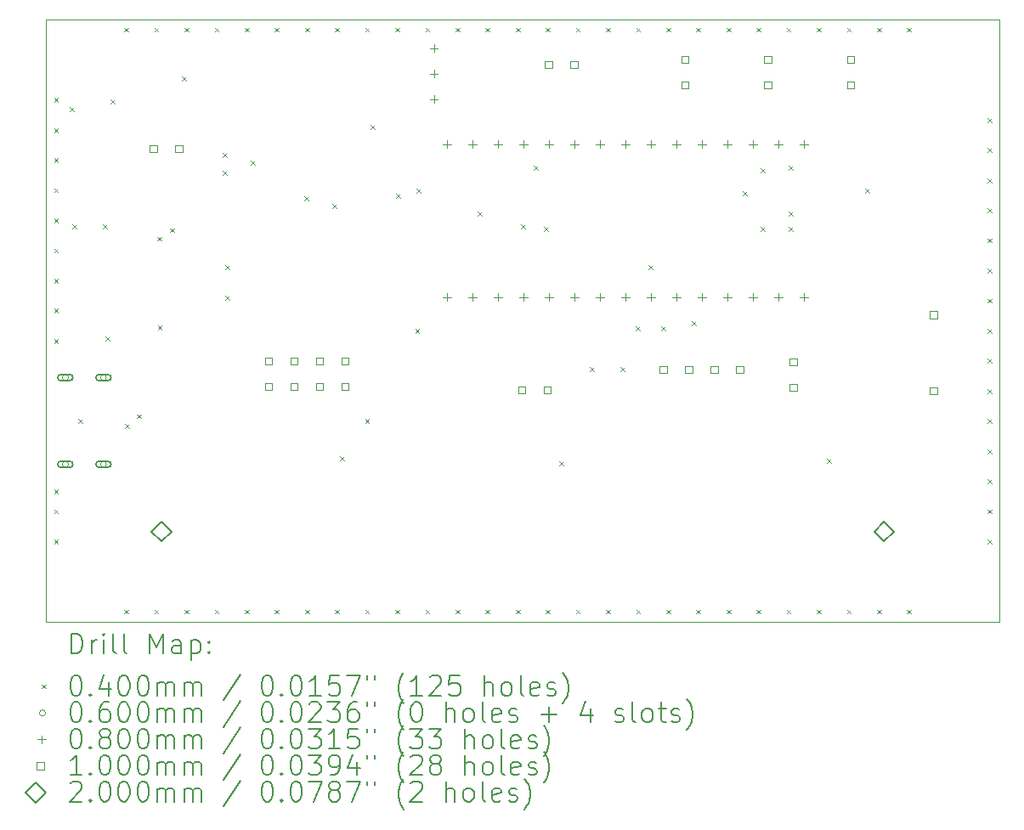
<source format=gbr>
%TF.GenerationSoftware,KiCad,Pcbnew,(6.0.7)*%
%TF.CreationDate,2022-10-31T09:28:42+01:00*%
%TF.ProjectId,Callsystem,43616c6c-7379-4737-9465-6d2e6b696361,1*%
%TF.SameCoordinates,Original*%
%TF.FileFunction,Drillmap*%
%TF.FilePolarity,Positive*%
%FSLAX45Y45*%
G04 Gerber Fmt 4.5, Leading zero omitted, Abs format (unit mm)*
G04 Created by KiCad (PCBNEW (6.0.7)) date 2022-10-31 09:28:42*
%MOMM*%
%LPD*%
G01*
G04 APERTURE LIST*
%ADD10C,0.100000*%
%ADD11C,0.200000*%
%ADD12C,0.040000*%
%ADD13C,0.060000*%
%ADD14C,0.080000*%
G04 APERTURE END LIST*
D10*
X5000000Y-5000000D02*
X14500000Y-5000000D01*
X14500000Y-5000000D02*
X14500000Y-11000000D01*
X14500000Y-11000000D02*
X5000000Y-11000000D01*
X5000000Y-11000000D02*
X5000000Y-5000000D01*
D11*
D12*
X5080000Y-5780000D02*
X5120000Y-5820000D01*
X5120000Y-5780000D02*
X5080000Y-5820000D01*
X5080000Y-6080000D02*
X5120000Y-6120000D01*
X5120000Y-6080000D02*
X5080000Y-6120000D01*
X5080000Y-6380000D02*
X5120000Y-6420000D01*
X5120000Y-6380000D02*
X5080000Y-6420000D01*
X5080000Y-6680000D02*
X5120000Y-6720000D01*
X5120000Y-6680000D02*
X5080000Y-6720000D01*
X5080000Y-6980000D02*
X5120000Y-7020000D01*
X5120000Y-6980000D02*
X5080000Y-7020000D01*
X5080000Y-7280000D02*
X5120000Y-7320000D01*
X5120000Y-7280000D02*
X5080000Y-7320000D01*
X5080000Y-7580000D02*
X5120000Y-7620000D01*
X5120000Y-7580000D02*
X5080000Y-7620000D01*
X5080000Y-7880000D02*
X5120000Y-7920000D01*
X5120000Y-7880000D02*
X5080000Y-7920000D01*
X5080000Y-8180000D02*
X5120000Y-8220000D01*
X5120000Y-8180000D02*
X5080000Y-8220000D01*
X5080000Y-9680000D02*
X5120000Y-9720000D01*
X5120000Y-9680000D02*
X5080000Y-9720000D01*
X5080000Y-9880000D02*
X5120000Y-9920000D01*
X5120000Y-9880000D02*
X5080000Y-9920000D01*
X5080000Y-10180000D02*
X5120000Y-10220000D01*
X5120000Y-10180000D02*
X5080000Y-10220000D01*
X5237800Y-5872800D02*
X5277800Y-5912800D01*
X5277800Y-5872800D02*
X5237800Y-5912800D01*
X5263200Y-7041200D02*
X5303200Y-7081200D01*
X5303200Y-7041200D02*
X5263200Y-7081200D01*
X5320000Y-8980000D02*
X5360000Y-9020000D01*
X5360000Y-8980000D02*
X5320000Y-9020000D01*
X5568000Y-7041200D02*
X5608000Y-7081200D01*
X5608000Y-7041200D02*
X5568000Y-7081200D01*
X5593400Y-8158800D02*
X5633400Y-8198800D01*
X5633400Y-8158800D02*
X5593400Y-8198800D01*
X5644200Y-5796600D02*
X5684200Y-5836600D01*
X5684200Y-5796600D02*
X5644200Y-5836600D01*
X5780000Y-5080000D02*
X5820000Y-5120000D01*
X5820000Y-5080000D02*
X5780000Y-5120000D01*
X5780000Y-10880000D02*
X5820000Y-10920000D01*
X5820000Y-10880000D02*
X5780000Y-10920000D01*
X5786440Y-9030020D02*
X5826440Y-9070020D01*
X5826440Y-9030020D02*
X5786440Y-9070020D01*
X5903280Y-8930960D02*
X5943280Y-8970960D01*
X5943280Y-8930960D02*
X5903280Y-8970960D01*
X6080000Y-5080000D02*
X6120000Y-5120000D01*
X6120000Y-5080000D02*
X6080000Y-5120000D01*
X6080000Y-10880000D02*
X6120000Y-10920000D01*
X6120000Y-10880000D02*
X6080000Y-10920000D01*
X6111560Y-7163120D02*
X6151560Y-7203120D01*
X6151560Y-7163120D02*
X6111560Y-7203120D01*
X6114100Y-8044500D02*
X6154100Y-8084500D01*
X6154100Y-8044500D02*
X6114100Y-8084500D01*
X6238560Y-7076760D02*
X6278560Y-7116760D01*
X6278560Y-7076760D02*
X6238560Y-7116760D01*
X6355400Y-5568000D02*
X6395400Y-5608000D01*
X6395400Y-5568000D02*
X6355400Y-5608000D01*
X6380000Y-5080000D02*
X6420000Y-5120000D01*
X6420000Y-5080000D02*
X6380000Y-5120000D01*
X6380000Y-10880000D02*
X6420000Y-10920000D01*
X6420000Y-10880000D02*
X6380000Y-10920000D01*
X6680000Y-5080000D02*
X6720000Y-5120000D01*
X6720000Y-5080000D02*
X6680000Y-5120000D01*
X6680000Y-10880000D02*
X6720000Y-10920000D01*
X6720000Y-10880000D02*
X6680000Y-10920000D01*
X6761800Y-6330000D02*
X6801800Y-6370000D01*
X6801800Y-6330000D02*
X6761800Y-6370000D01*
X6761800Y-6507800D02*
X6801800Y-6547800D01*
X6801800Y-6507800D02*
X6761800Y-6547800D01*
X6787200Y-7447600D02*
X6827200Y-7487600D01*
X6827200Y-7447600D02*
X6787200Y-7487600D01*
X6787200Y-7752400D02*
X6827200Y-7792400D01*
X6827200Y-7752400D02*
X6787200Y-7792400D01*
X6980000Y-5080000D02*
X7020000Y-5120000D01*
X7020000Y-5080000D02*
X6980000Y-5120000D01*
X6980000Y-10880000D02*
X7020000Y-10920000D01*
X7020000Y-10880000D02*
X6980000Y-10920000D01*
X7041200Y-6406200D02*
X7081200Y-6446200D01*
X7081200Y-6406200D02*
X7041200Y-6446200D01*
X7280000Y-5080000D02*
X7320000Y-5120000D01*
X7320000Y-5080000D02*
X7280000Y-5120000D01*
X7280000Y-10880000D02*
X7320000Y-10920000D01*
X7320000Y-10880000D02*
X7280000Y-10920000D01*
X7574600Y-6761800D02*
X7614600Y-6801800D01*
X7614600Y-6761800D02*
X7574600Y-6801800D01*
X7580000Y-5080000D02*
X7620000Y-5120000D01*
X7620000Y-5080000D02*
X7580000Y-5120000D01*
X7580000Y-10880000D02*
X7620000Y-10920000D01*
X7620000Y-10880000D02*
X7580000Y-10920000D01*
X7854000Y-6838000D02*
X7894000Y-6878000D01*
X7894000Y-6838000D02*
X7854000Y-6878000D01*
X7880000Y-5080000D02*
X7920000Y-5120000D01*
X7920000Y-5080000D02*
X7880000Y-5120000D01*
X7880000Y-10880000D02*
X7920000Y-10920000D01*
X7920000Y-10880000D02*
X7880000Y-10920000D01*
X7930200Y-9352600D02*
X7970200Y-9392600D01*
X7970200Y-9352600D02*
X7930200Y-9392600D01*
X8180000Y-5080000D02*
X8220000Y-5120000D01*
X8220000Y-5080000D02*
X8180000Y-5120000D01*
X8180000Y-8980000D02*
X8220000Y-9020000D01*
X8220000Y-8980000D02*
X8180000Y-9020000D01*
X8180000Y-10880000D02*
X8220000Y-10920000D01*
X8220000Y-10880000D02*
X8180000Y-10920000D01*
X8235000Y-6050600D02*
X8275000Y-6090600D01*
X8275000Y-6050600D02*
X8235000Y-6090600D01*
X8480000Y-5080000D02*
X8520000Y-5120000D01*
X8520000Y-5080000D02*
X8480000Y-5120000D01*
X8480000Y-10880000D02*
X8520000Y-10920000D01*
X8520000Y-10880000D02*
X8480000Y-10920000D01*
X8489000Y-6736400D02*
X8529000Y-6776400D01*
X8529000Y-6736400D02*
X8489000Y-6776400D01*
X8680000Y-8080000D02*
X8720000Y-8120000D01*
X8720000Y-8080000D02*
X8680000Y-8120000D01*
X8692200Y-6685600D02*
X8732200Y-6725600D01*
X8732200Y-6685600D02*
X8692200Y-6725600D01*
X8780000Y-5080000D02*
X8820000Y-5120000D01*
X8820000Y-5080000D02*
X8780000Y-5120000D01*
X8780000Y-10880000D02*
X8820000Y-10920000D01*
X8820000Y-10880000D02*
X8780000Y-10920000D01*
X9080000Y-5080000D02*
X9120000Y-5120000D01*
X9120000Y-5080000D02*
X9080000Y-5120000D01*
X9080000Y-10880000D02*
X9120000Y-10920000D01*
X9120000Y-10880000D02*
X9080000Y-10920000D01*
X9301800Y-6914200D02*
X9341800Y-6954200D01*
X9341800Y-6914200D02*
X9301800Y-6954200D01*
X9380000Y-5080000D02*
X9420000Y-5120000D01*
X9420000Y-5080000D02*
X9380000Y-5120000D01*
X9380000Y-10880000D02*
X9420000Y-10920000D01*
X9420000Y-10880000D02*
X9380000Y-10920000D01*
X9680000Y-5080000D02*
X9720000Y-5120000D01*
X9720000Y-5080000D02*
X9680000Y-5120000D01*
X9680000Y-10880000D02*
X9720000Y-10920000D01*
X9720000Y-10880000D02*
X9680000Y-10920000D01*
X9733600Y-7041200D02*
X9773600Y-7081200D01*
X9773600Y-7041200D02*
X9733600Y-7081200D01*
X9860600Y-6457000D02*
X9900600Y-6497000D01*
X9900600Y-6457000D02*
X9860600Y-6497000D01*
X9962200Y-7066600D02*
X10002200Y-7106600D01*
X10002200Y-7066600D02*
X9962200Y-7106600D01*
X9980000Y-5080000D02*
X10020000Y-5120000D01*
X10020000Y-5080000D02*
X9980000Y-5120000D01*
X9980000Y-10880000D02*
X10020000Y-10920000D01*
X10020000Y-10880000D02*
X9980000Y-10920000D01*
X10114600Y-9403400D02*
X10154600Y-9443400D01*
X10154600Y-9403400D02*
X10114600Y-9443400D01*
X10280000Y-5080000D02*
X10320000Y-5120000D01*
X10320000Y-5080000D02*
X10280000Y-5120000D01*
X10280000Y-10880000D02*
X10320000Y-10920000D01*
X10320000Y-10880000D02*
X10280000Y-10920000D01*
X10419400Y-8463600D02*
X10459400Y-8503600D01*
X10459400Y-8463600D02*
X10419400Y-8503600D01*
X10580000Y-5080000D02*
X10620000Y-5120000D01*
X10620000Y-5080000D02*
X10580000Y-5120000D01*
X10580000Y-10880000D02*
X10620000Y-10920000D01*
X10620000Y-10880000D02*
X10580000Y-10920000D01*
X10724200Y-8463600D02*
X10764200Y-8503600D01*
X10764200Y-8463600D02*
X10724200Y-8503600D01*
X10876600Y-8057200D02*
X10916600Y-8097200D01*
X10916600Y-8057200D02*
X10876600Y-8097200D01*
X10880000Y-5080000D02*
X10920000Y-5120000D01*
X10920000Y-5080000D02*
X10880000Y-5120000D01*
X10880000Y-10880000D02*
X10920000Y-10920000D01*
X10920000Y-10880000D02*
X10880000Y-10920000D01*
X11003600Y-7447600D02*
X11043600Y-7487600D01*
X11043600Y-7447600D02*
X11003600Y-7487600D01*
X11130600Y-8057200D02*
X11170600Y-8097200D01*
X11170600Y-8057200D02*
X11130600Y-8097200D01*
X11180000Y-5080000D02*
X11220000Y-5120000D01*
X11220000Y-5080000D02*
X11180000Y-5120000D01*
X11180000Y-10880000D02*
X11220000Y-10920000D01*
X11220000Y-10880000D02*
X11180000Y-10920000D01*
X11435400Y-8006400D02*
X11475400Y-8046400D01*
X11475400Y-8006400D02*
X11435400Y-8046400D01*
X11480000Y-5080000D02*
X11520000Y-5120000D01*
X11520000Y-5080000D02*
X11480000Y-5120000D01*
X11480000Y-10880000D02*
X11520000Y-10920000D01*
X11520000Y-10880000D02*
X11480000Y-10920000D01*
X11780000Y-5080000D02*
X11820000Y-5120000D01*
X11820000Y-5080000D02*
X11780000Y-5120000D01*
X11780000Y-10880000D02*
X11820000Y-10920000D01*
X11820000Y-10880000D02*
X11780000Y-10920000D01*
X11943400Y-6711000D02*
X11983400Y-6751000D01*
X11983400Y-6711000D02*
X11943400Y-6751000D01*
X12080000Y-5080000D02*
X12120000Y-5120000D01*
X12120000Y-5080000D02*
X12080000Y-5120000D01*
X12080000Y-10880000D02*
X12120000Y-10920000D01*
X12120000Y-10880000D02*
X12080000Y-10920000D01*
X12121200Y-6482400D02*
X12161200Y-6522400D01*
X12161200Y-6482400D02*
X12121200Y-6522400D01*
X12121200Y-7066600D02*
X12161200Y-7106600D01*
X12161200Y-7066600D02*
X12121200Y-7106600D01*
X12380000Y-5080000D02*
X12420000Y-5120000D01*
X12420000Y-5080000D02*
X12380000Y-5120000D01*
X12380000Y-10880000D02*
X12420000Y-10920000D01*
X12420000Y-10880000D02*
X12380000Y-10920000D01*
X12400600Y-6457000D02*
X12440600Y-6497000D01*
X12440600Y-6457000D02*
X12400600Y-6497000D01*
X12400600Y-6914200D02*
X12440600Y-6954200D01*
X12440600Y-6914200D02*
X12400600Y-6954200D01*
X12400600Y-7066600D02*
X12440600Y-7106600D01*
X12440600Y-7066600D02*
X12400600Y-7106600D01*
X12680000Y-5080000D02*
X12720000Y-5120000D01*
X12720000Y-5080000D02*
X12680000Y-5120000D01*
X12680000Y-10880000D02*
X12720000Y-10920000D01*
X12720000Y-10880000D02*
X12680000Y-10920000D01*
X12781600Y-9378000D02*
X12821600Y-9418000D01*
X12821600Y-9378000D02*
X12781600Y-9418000D01*
X12980000Y-5080000D02*
X13020000Y-5120000D01*
X13020000Y-5080000D02*
X12980000Y-5120000D01*
X12980000Y-10880000D02*
X13020000Y-10920000D01*
X13020000Y-10880000D02*
X12980000Y-10920000D01*
X13162600Y-6685600D02*
X13202600Y-6725600D01*
X13202600Y-6685600D02*
X13162600Y-6725600D01*
X13280000Y-5080000D02*
X13320000Y-5120000D01*
X13320000Y-5080000D02*
X13280000Y-5120000D01*
X13280000Y-10880000D02*
X13320000Y-10920000D01*
X13320000Y-10880000D02*
X13280000Y-10920000D01*
X13580000Y-5080000D02*
X13620000Y-5120000D01*
X13620000Y-5080000D02*
X13580000Y-5120000D01*
X13580000Y-10880000D02*
X13620000Y-10920000D01*
X13620000Y-10880000D02*
X13580000Y-10920000D01*
X14380000Y-5980000D02*
X14420000Y-6020000D01*
X14420000Y-5980000D02*
X14380000Y-6020000D01*
X14380000Y-6280000D02*
X14420000Y-6320000D01*
X14420000Y-6280000D02*
X14380000Y-6320000D01*
X14380000Y-6580000D02*
X14420000Y-6620000D01*
X14420000Y-6580000D02*
X14380000Y-6620000D01*
X14380000Y-6880000D02*
X14420000Y-6920000D01*
X14420000Y-6880000D02*
X14380000Y-6920000D01*
X14380000Y-7180000D02*
X14420000Y-7220000D01*
X14420000Y-7180000D02*
X14380000Y-7220000D01*
X14380000Y-7480000D02*
X14420000Y-7520000D01*
X14420000Y-7480000D02*
X14380000Y-7520000D01*
X14380000Y-7780000D02*
X14420000Y-7820000D01*
X14420000Y-7780000D02*
X14380000Y-7820000D01*
X14380000Y-8080000D02*
X14420000Y-8120000D01*
X14420000Y-8080000D02*
X14380000Y-8120000D01*
X14380000Y-8380000D02*
X14420000Y-8420000D01*
X14420000Y-8380000D02*
X14380000Y-8420000D01*
X14380000Y-8680000D02*
X14420000Y-8720000D01*
X14420000Y-8680000D02*
X14380000Y-8720000D01*
X14380000Y-8980000D02*
X14420000Y-9020000D01*
X14420000Y-8980000D02*
X14380000Y-9020000D01*
X14380000Y-9280000D02*
X14420000Y-9320000D01*
X14420000Y-9280000D02*
X14380000Y-9320000D01*
X14380000Y-9580000D02*
X14420000Y-9620000D01*
X14420000Y-9580000D02*
X14380000Y-9620000D01*
X14380000Y-9880000D02*
X14420000Y-9920000D01*
X14420000Y-9880000D02*
X14380000Y-9920000D01*
X14380000Y-10180000D02*
X14420000Y-10220000D01*
X14420000Y-10180000D02*
X14380000Y-10220000D01*
D13*
X5223000Y-8566000D02*
G75*
G03*
X5223000Y-8566000I-30000J0D01*
G01*
D11*
X5238000Y-8536000D02*
X5148000Y-8536000D01*
X5238000Y-8596000D02*
X5148000Y-8596000D01*
X5148000Y-8536000D02*
G75*
G03*
X5148000Y-8596000I0J-30000D01*
G01*
X5238000Y-8596000D02*
G75*
G03*
X5238000Y-8536000I0J30000D01*
G01*
D13*
X5223000Y-9430000D02*
G75*
G03*
X5223000Y-9430000I-30000J0D01*
G01*
D11*
X5238000Y-9400000D02*
X5148000Y-9400000D01*
X5238000Y-9460000D02*
X5148000Y-9460000D01*
X5148000Y-9400000D02*
G75*
G03*
X5148000Y-9460000I0J-30000D01*
G01*
X5238000Y-9460000D02*
G75*
G03*
X5238000Y-9400000I0J30000D01*
G01*
D13*
X5603000Y-8566000D02*
G75*
G03*
X5603000Y-8566000I-30000J0D01*
G01*
D11*
X5618000Y-8536000D02*
X5528000Y-8536000D01*
X5618000Y-8596000D02*
X5528000Y-8596000D01*
X5528000Y-8536000D02*
G75*
G03*
X5528000Y-8596000I0J-30000D01*
G01*
X5618000Y-8596000D02*
G75*
G03*
X5618000Y-8536000I0J30000D01*
G01*
D13*
X5603000Y-9430000D02*
G75*
G03*
X5603000Y-9430000I-30000J0D01*
G01*
D11*
X5618000Y-9400000D02*
X5528000Y-9400000D01*
X5618000Y-9460000D02*
X5528000Y-9460000D01*
X5528000Y-9400000D02*
G75*
G03*
X5528000Y-9460000I0J-30000D01*
G01*
X5618000Y-9460000D02*
G75*
G03*
X5618000Y-9400000I0J30000D01*
G01*
D14*
X8864600Y-5243200D02*
X8864600Y-5323200D01*
X8824600Y-5283200D02*
X8904600Y-5283200D01*
X8864600Y-5497200D02*
X8864600Y-5577200D01*
X8824600Y-5537200D02*
X8904600Y-5537200D01*
X8864600Y-5751200D02*
X8864600Y-5831200D01*
X8824600Y-5791200D02*
X8904600Y-5791200D01*
X8995000Y-6198000D02*
X8995000Y-6278000D01*
X8955000Y-6238000D02*
X9035000Y-6238000D01*
X8995000Y-7722000D02*
X8995000Y-7802000D01*
X8955000Y-7762000D02*
X9035000Y-7762000D01*
X9249000Y-6198000D02*
X9249000Y-6278000D01*
X9209000Y-6238000D02*
X9289000Y-6238000D01*
X9249000Y-7722000D02*
X9249000Y-7802000D01*
X9209000Y-7762000D02*
X9289000Y-7762000D01*
X9503000Y-6198000D02*
X9503000Y-6278000D01*
X9463000Y-6238000D02*
X9543000Y-6238000D01*
X9503000Y-7722000D02*
X9503000Y-7802000D01*
X9463000Y-7762000D02*
X9543000Y-7762000D01*
X9757000Y-6198000D02*
X9757000Y-6278000D01*
X9717000Y-6238000D02*
X9797000Y-6238000D01*
X9757000Y-7722000D02*
X9757000Y-7802000D01*
X9717000Y-7762000D02*
X9797000Y-7762000D01*
X10011000Y-6198000D02*
X10011000Y-6278000D01*
X9971000Y-6238000D02*
X10051000Y-6238000D01*
X10011000Y-7722000D02*
X10011000Y-7802000D01*
X9971000Y-7762000D02*
X10051000Y-7762000D01*
X10265000Y-6198000D02*
X10265000Y-6278000D01*
X10225000Y-6238000D02*
X10305000Y-6238000D01*
X10265000Y-7722000D02*
X10265000Y-7802000D01*
X10225000Y-7762000D02*
X10305000Y-7762000D01*
X10519000Y-6198000D02*
X10519000Y-6278000D01*
X10479000Y-6238000D02*
X10559000Y-6238000D01*
X10519000Y-7722000D02*
X10519000Y-7802000D01*
X10479000Y-7762000D02*
X10559000Y-7762000D01*
X10773000Y-6198000D02*
X10773000Y-6278000D01*
X10733000Y-6238000D02*
X10813000Y-6238000D01*
X10773000Y-7722000D02*
X10773000Y-7802000D01*
X10733000Y-7762000D02*
X10813000Y-7762000D01*
X11027000Y-6198000D02*
X11027000Y-6278000D01*
X10987000Y-6238000D02*
X11067000Y-6238000D01*
X11027000Y-7722000D02*
X11027000Y-7802000D01*
X10987000Y-7762000D02*
X11067000Y-7762000D01*
X11281000Y-6198000D02*
X11281000Y-6278000D01*
X11241000Y-6238000D02*
X11321000Y-6238000D01*
X11281000Y-7722000D02*
X11281000Y-7802000D01*
X11241000Y-7762000D02*
X11321000Y-7762000D01*
X11535000Y-6198000D02*
X11535000Y-6278000D01*
X11495000Y-6238000D02*
X11575000Y-6238000D01*
X11535000Y-7722000D02*
X11535000Y-7802000D01*
X11495000Y-7762000D02*
X11575000Y-7762000D01*
X11789000Y-6198000D02*
X11789000Y-6278000D01*
X11749000Y-6238000D02*
X11829000Y-6238000D01*
X11789000Y-7722000D02*
X11789000Y-7802000D01*
X11749000Y-7762000D02*
X11829000Y-7762000D01*
X12043000Y-6198000D02*
X12043000Y-6278000D01*
X12003000Y-6238000D02*
X12083000Y-6238000D01*
X12043000Y-7722000D02*
X12043000Y-7802000D01*
X12003000Y-7762000D02*
X12083000Y-7762000D01*
X12297000Y-6198000D02*
X12297000Y-6278000D01*
X12257000Y-6238000D02*
X12337000Y-6238000D01*
X12297000Y-7722000D02*
X12297000Y-7802000D01*
X12257000Y-7762000D02*
X12337000Y-7762000D01*
X12551000Y-6198000D02*
X12551000Y-6278000D01*
X12511000Y-6238000D02*
X12591000Y-6238000D01*
X12551000Y-7722000D02*
X12551000Y-7802000D01*
X12511000Y-7762000D02*
X12591000Y-7762000D01*
D10*
X6106456Y-6321856D02*
X6106456Y-6251144D01*
X6035744Y-6251144D01*
X6035744Y-6321856D01*
X6106456Y-6321856D01*
X6360456Y-6321856D02*
X6360456Y-6251144D01*
X6289744Y-6251144D01*
X6289744Y-6321856D01*
X6360456Y-6321856D01*
X7254356Y-8434006D02*
X7254356Y-8363294D01*
X7183644Y-8363294D01*
X7183644Y-8434006D01*
X7254356Y-8434006D01*
X7254356Y-8688006D02*
X7254356Y-8617294D01*
X7183644Y-8617294D01*
X7183644Y-8688006D01*
X7254356Y-8688006D01*
X7508356Y-8434006D02*
X7508356Y-8363294D01*
X7437644Y-8363294D01*
X7437644Y-8434006D01*
X7508356Y-8434006D01*
X7508356Y-8688006D02*
X7508356Y-8617294D01*
X7437644Y-8617294D01*
X7437644Y-8688006D01*
X7508356Y-8688006D01*
X7762356Y-8434006D02*
X7762356Y-8363294D01*
X7691644Y-8363294D01*
X7691644Y-8434006D01*
X7762356Y-8434006D01*
X7762356Y-8688006D02*
X7762356Y-8617294D01*
X7691644Y-8617294D01*
X7691644Y-8688006D01*
X7762356Y-8688006D01*
X8016356Y-8434006D02*
X8016356Y-8363294D01*
X7945644Y-8363294D01*
X7945644Y-8434006D01*
X8016356Y-8434006D01*
X8016356Y-8688006D02*
X8016356Y-8617294D01*
X7945644Y-8617294D01*
X7945644Y-8688006D01*
X8016356Y-8688006D01*
X9775756Y-8722156D02*
X9775756Y-8651444D01*
X9705044Y-8651444D01*
X9705044Y-8722156D01*
X9775756Y-8722156D01*
X10029756Y-8722156D02*
X10029756Y-8651444D01*
X9959044Y-8651444D01*
X9959044Y-8722156D01*
X10029756Y-8722156D01*
X10042956Y-5483156D02*
X10042956Y-5412444D01*
X9972244Y-5412444D01*
X9972244Y-5483156D01*
X10042956Y-5483156D01*
X10296956Y-5483156D02*
X10296956Y-5412444D01*
X10226244Y-5412444D01*
X10226244Y-5483156D01*
X10296956Y-5483156D01*
X11186956Y-8518956D02*
X11186956Y-8448244D01*
X11116244Y-8448244D01*
X11116244Y-8518956D01*
X11186956Y-8518956D01*
X11401856Y-5432856D02*
X11401856Y-5362144D01*
X11331144Y-5362144D01*
X11331144Y-5432856D01*
X11401856Y-5432856D01*
X11401856Y-5686856D02*
X11401856Y-5616144D01*
X11331144Y-5616144D01*
X11331144Y-5686856D01*
X11401856Y-5686856D01*
X11440956Y-8518956D02*
X11440956Y-8448244D01*
X11370244Y-8448244D01*
X11370244Y-8518956D01*
X11440956Y-8518956D01*
X11694956Y-8518956D02*
X11694956Y-8448244D01*
X11624244Y-8448244D01*
X11624244Y-8518956D01*
X11694956Y-8518956D01*
X11948956Y-8518956D02*
X11948956Y-8448244D01*
X11878244Y-8448244D01*
X11878244Y-8518956D01*
X11948956Y-8518956D01*
X12227356Y-5432356D02*
X12227356Y-5361644D01*
X12156644Y-5361644D01*
X12156644Y-5432356D01*
X12227356Y-5432356D01*
X12227356Y-5686356D02*
X12227356Y-5615644D01*
X12156644Y-5615644D01*
X12156644Y-5686356D01*
X12227356Y-5686356D01*
X12481356Y-8443256D02*
X12481356Y-8372544D01*
X12410644Y-8372544D01*
X12410644Y-8443256D01*
X12481356Y-8443256D01*
X12481356Y-8697256D02*
X12481356Y-8626544D01*
X12410644Y-8626544D01*
X12410644Y-8697256D01*
X12481356Y-8697256D01*
X13052856Y-5432856D02*
X13052856Y-5362144D01*
X12982144Y-5362144D01*
X12982144Y-5432856D01*
X13052856Y-5432856D01*
X13052856Y-5686856D02*
X13052856Y-5616144D01*
X12982144Y-5616144D01*
X12982144Y-5686856D01*
X13052856Y-5686856D01*
X13878356Y-7973856D02*
X13878356Y-7903144D01*
X13807644Y-7903144D01*
X13807644Y-7973856D01*
X13878356Y-7973856D01*
X13878356Y-8733856D02*
X13878356Y-8663144D01*
X13807644Y-8663144D01*
X13807644Y-8733856D01*
X13878356Y-8733856D01*
D11*
X6150000Y-10200000D02*
X6250000Y-10100000D01*
X6150000Y-10000000D01*
X6050000Y-10100000D01*
X6150000Y-10200000D01*
X13350000Y-10200000D02*
X13450000Y-10100000D01*
X13350000Y-10000000D01*
X13250000Y-10100000D01*
X13350000Y-10200000D01*
X5252619Y-11315476D02*
X5252619Y-11115476D01*
X5300238Y-11115476D01*
X5328810Y-11125000D01*
X5347857Y-11144048D01*
X5357381Y-11163095D01*
X5366905Y-11201190D01*
X5366905Y-11229762D01*
X5357381Y-11267857D01*
X5347857Y-11286905D01*
X5328810Y-11305952D01*
X5300238Y-11315476D01*
X5252619Y-11315476D01*
X5452619Y-11315476D02*
X5452619Y-11182143D01*
X5452619Y-11220238D02*
X5462143Y-11201190D01*
X5471667Y-11191667D01*
X5490714Y-11182143D01*
X5509762Y-11182143D01*
X5576429Y-11315476D02*
X5576429Y-11182143D01*
X5576429Y-11115476D02*
X5566905Y-11125000D01*
X5576429Y-11134524D01*
X5585952Y-11125000D01*
X5576429Y-11115476D01*
X5576429Y-11134524D01*
X5700238Y-11315476D02*
X5681190Y-11305952D01*
X5671667Y-11286905D01*
X5671667Y-11115476D01*
X5805000Y-11315476D02*
X5785952Y-11305952D01*
X5776428Y-11286905D01*
X5776428Y-11115476D01*
X6033571Y-11315476D02*
X6033571Y-11115476D01*
X6100238Y-11258333D01*
X6166905Y-11115476D01*
X6166905Y-11315476D01*
X6347857Y-11315476D02*
X6347857Y-11210714D01*
X6338333Y-11191667D01*
X6319286Y-11182143D01*
X6281190Y-11182143D01*
X6262143Y-11191667D01*
X6347857Y-11305952D02*
X6328809Y-11315476D01*
X6281190Y-11315476D01*
X6262143Y-11305952D01*
X6252619Y-11286905D01*
X6252619Y-11267857D01*
X6262143Y-11248809D01*
X6281190Y-11239286D01*
X6328809Y-11239286D01*
X6347857Y-11229762D01*
X6443095Y-11182143D02*
X6443095Y-11382143D01*
X6443095Y-11191667D02*
X6462143Y-11182143D01*
X6500238Y-11182143D01*
X6519286Y-11191667D01*
X6528809Y-11201190D01*
X6538333Y-11220238D01*
X6538333Y-11277381D01*
X6528809Y-11296428D01*
X6519286Y-11305952D01*
X6500238Y-11315476D01*
X6462143Y-11315476D01*
X6443095Y-11305952D01*
X6624048Y-11296428D02*
X6633571Y-11305952D01*
X6624048Y-11315476D01*
X6614524Y-11305952D01*
X6624048Y-11296428D01*
X6624048Y-11315476D01*
X6624048Y-11191667D02*
X6633571Y-11201190D01*
X6624048Y-11210714D01*
X6614524Y-11201190D01*
X6624048Y-11191667D01*
X6624048Y-11210714D01*
D12*
X4955000Y-11625000D02*
X4995000Y-11665000D01*
X4995000Y-11625000D02*
X4955000Y-11665000D01*
D11*
X5290714Y-11535476D02*
X5309762Y-11535476D01*
X5328810Y-11545000D01*
X5338333Y-11554524D01*
X5347857Y-11573571D01*
X5357381Y-11611667D01*
X5357381Y-11659286D01*
X5347857Y-11697381D01*
X5338333Y-11716428D01*
X5328810Y-11725952D01*
X5309762Y-11735476D01*
X5290714Y-11735476D01*
X5271667Y-11725952D01*
X5262143Y-11716428D01*
X5252619Y-11697381D01*
X5243095Y-11659286D01*
X5243095Y-11611667D01*
X5252619Y-11573571D01*
X5262143Y-11554524D01*
X5271667Y-11545000D01*
X5290714Y-11535476D01*
X5443095Y-11716428D02*
X5452619Y-11725952D01*
X5443095Y-11735476D01*
X5433571Y-11725952D01*
X5443095Y-11716428D01*
X5443095Y-11735476D01*
X5624048Y-11602143D02*
X5624048Y-11735476D01*
X5576429Y-11525952D02*
X5528810Y-11668809D01*
X5652619Y-11668809D01*
X5766905Y-11535476D02*
X5785952Y-11535476D01*
X5805000Y-11545000D01*
X5814524Y-11554524D01*
X5824048Y-11573571D01*
X5833571Y-11611667D01*
X5833571Y-11659286D01*
X5824048Y-11697381D01*
X5814524Y-11716428D01*
X5805000Y-11725952D01*
X5785952Y-11735476D01*
X5766905Y-11735476D01*
X5747857Y-11725952D01*
X5738333Y-11716428D01*
X5728809Y-11697381D01*
X5719286Y-11659286D01*
X5719286Y-11611667D01*
X5728809Y-11573571D01*
X5738333Y-11554524D01*
X5747857Y-11545000D01*
X5766905Y-11535476D01*
X5957381Y-11535476D02*
X5976428Y-11535476D01*
X5995476Y-11545000D01*
X6005000Y-11554524D01*
X6014524Y-11573571D01*
X6024048Y-11611667D01*
X6024048Y-11659286D01*
X6014524Y-11697381D01*
X6005000Y-11716428D01*
X5995476Y-11725952D01*
X5976428Y-11735476D01*
X5957381Y-11735476D01*
X5938333Y-11725952D01*
X5928809Y-11716428D01*
X5919286Y-11697381D01*
X5909762Y-11659286D01*
X5909762Y-11611667D01*
X5919286Y-11573571D01*
X5928809Y-11554524D01*
X5938333Y-11545000D01*
X5957381Y-11535476D01*
X6109762Y-11735476D02*
X6109762Y-11602143D01*
X6109762Y-11621190D02*
X6119286Y-11611667D01*
X6138333Y-11602143D01*
X6166905Y-11602143D01*
X6185952Y-11611667D01*
X6195476Y-11630714D01*
X6195476Y-11735476D01*
X6195476Y-11630714D02*
X6205000Y-11611667D01*
X6224048Y-11602143D01*
X6252619Y-11602143D01*
X6271667Y-11611667D01*
X6281190Y-11630714D01*
X6281190Y-11735476D01*
X6376428Y-11735476D02*
X6376428Y-11602143D01*
X6376428Y-11621190D02*
X6385952Y-11611667D01*
X6405000Y-11602143D01*
X6433571Y-11602143D01*
X6452619Y-11611667D01*
X6462143Y-11630714D01*
X6462143Y-11735476D01*
X6462143Y-11630714D02*
X6471667Y-11611667D01*
X6490714Y-11602143D01*
X6519286Y-11602143D01*
X6538333Y-11611667D01*
X6547857Y-11630714D01*
X6547857Y-11735476D01*
X6938333Y-11525952D02*
X6766905Y-11783095D01*
X7195476Y-11535476D02*
X7214524Y-11535476D01*
X7233571Y-11545000D01*
X7243095Y-11554524D01*
X7252619Y-11573571D01*
X7262143Y-11611667D01*
X7262143Y-11659286D01*
X7252619Y-11697381D01*
X7243095Y-11716428D01*
X7233571Y-11725952D01*
X7214524Y-11735476D01*
X7195476Y-11735476D01*
X7176428Y-11725952D01*
X7166905Y-11716428D01*
X7157381Y-11697381D01*
X7147857Y-11659286D01*
X7147857Y-11611667D01*
X7157381Y-11573571D01*
X7166905Y-11554524D01*
X7176428Y-11545000D01*
X7195476Y-11535476D01*
X7347857Y-11716428D02*
X7357381Y-11725952D01*
X7347857Y-11735476D01*
X7338333Y-11725952D01*
X7347857Y-11716428D01*
X7347857Y-11735476D01*
X7481190Y-11535476D02*
X7500238Y-11535476D01*
X7519286Y-11545000D01*
X7528809Y-11554524D01*
X7538333Y-11573571D01*
X7547857Y-11611667D01*
X7547857Y-11659286D01*
X7538333Y-11697381D01*
X7528809Y-11716428D01*
X7519286Y-11725952D01*
X7500238Y-11735476D01*
X7481190Y-11735476D01*
X7462143Y-11725952D01*
X7452619Y-11716428D01*
X7443095Y-11697381D01*
X7433571Y-11659286D01*
X7433571Y-11611667D01*
X7443095Y-11573571D01*
X7452619Y-11554524D01*
X7462143Y-11545000D01*
X7481190Y-11535476D01*
X7738333Y-11735476D02*
X7624048Y-11735476D01*
X7681190Y-11735476D02*
X7681190Y-11535476D01*
X7662143Y-11564048D01*
X7643095Y-11583095D01*
X7624048Y-11592619D01*
X7919286Y-11535476D02*
X7824048Y-11535476D01*
X7814524Y-11630714D01*
X7824048Y-11621190D01*
X7843095Y-11611667D01*
X7890714Y-11611667D01*
X7909762Y-11621190D01*
X7919286Y-11630714D01*
X7928809Y-11649762D01*
X7928809Y-11697381D01*
X7919286Y-11716428D01*
X7909762Y-11725952D01*
X7890714Y-11735476D01*
X7843095Y-11735476D01*
X7824048Y-11725952D01*
X7814524Y-11716428D01*
X7995476Y-11535476D02*
X8128809Y-11535476D01*
X8043095Y-11735476D01*
X8195476Y-11535476D02*
X8195476Y-11573571D01*
X8271667Y-11535476D02*
X8271667Y-11573571D01*
X8566905Y-11811667D02*
X8557381Y-11802143D01*
X8538333Y-11773571D01*
X8528810Y-11754524D01*
X8519286Y-11725952D01*
X8509762Y-11678333D01*
X8509762Y-11640238D01*
X8519286Y-11592619D01*
X8528810Y-11564048D01*
X8538333Y-11545000D01*
X8557381Y-11516428D01*
X8566905Y-11506905D01*
X8747857Y-11735476D02*
X8633571Y-11735476D01*
X8690714Y-11735476D02*
X8690714Y-11535476D01*
X8671667Y-11564048D01*
X8652619Y-11583095D01*
X8633571Y-11592619D01*
X8824048Y-11554524D02*
X8833571Y-11545000D01*
X8852619Y-11535476D01*
X8900238Y-11535476D01*
X8919286Y-11545000D01*
X8928810Y-11554524D01*
X8938333Y-11573571D01*
X8938333Y-11592619D01*
X8928810Y-11621190D01*
X8814524Y-11735476D01*
X8938333Y-11735476D01*
X9119286Y-11535476D02*
X9024048Y-11535476D01*
X9014524Y-11630714D01*
X9024048Y-11621190D01*
X9043095Y-11611667D01*
X9090714Y-11611667D01*
X9109762Y-11621190D01*
X9119286Y-11630714D01*
X9128810Y-11649762D01*
X9128810Y-11697381D01*
X9119286Y-11716428D01*
X9109762Y-11725952D01*
X9090714Y-11735476D01*
X9043095Y-11735476D01*
X9024048Y-11725952D01*
X9014524Y-11716428D01*
X9366905Y-11735476D02*
X9366905Y-11535476D01*
X9452619Y-11735476D02*
X9452619Y-11630714D01*
X9443095Y-11611667D01*
X9424048Y-11602143D01*
X9395476Y-11602143D01*
X9376429Y-11611667D01*
X9366905Y-11621190D01*
X9576429Y-11735476D02*
X9557381Y-11725952D01*
X9547857Y-11716428D01*
X9538333Y-11697381D01*
X9538333Y-11640238D01*
X9547857Y-11621190D01*
X9557381Y-11611667D01*
X9576429Y-11602143D01*
X9605000Y-11602143D01*
X9624048Y-11611667D01*
X9633571Y-11621190D01*
X9643095Y-11640238D01*
X9643095Y-11697381D01*
X9633571Y-11716428D01*
X9624048Y-11725952D01*
X9605000Y-11735476D01*
X9576429Y-11735476D01*
X9757381Y-11735476D02*
X9738333Y-11725952D01*
X9728810Y-11706905D01*
X9728810Y-11535476D01*
X9909762Y-11725952D02*
X9890714Y-11735476D01*
X9852619Y-11735476D01*
X9833571Y-11725952D01*
X9824048Y-11706905D01*
X9824048Y-11630714D01*
X9833571Y-11611667D01*
X9852619Y-11602143D01*
X9890714Y-11602143D01*
X9909762Y-11611667D01*
X9919286Y-11630714D01*
X9919286Y-11649762D01*
X9824048Y-11668809D01*
X9995476Y-11725952D02*
X10014524Y-11735476D01*
X10052619Y-11735476D01*
X10071667Y-11725952D01*
X10081190Y-11706905D01*
X10081190Y-11697381D01*
X10071667Y-11678333D01*
X10052619Y-11668809D01*
X10024048Y-11668809D01*
X10005000Y-11659286D01*
X9995476Y-11640238D01*
X9995476Y-11630714D01*
X10005000Y-11611667D01*
X10024048Y-11602143D01*
X10052619Y-11602143D01*
X10071667Y-11611667D01*
X10147857Y-11811667D02*
X10157381Y-11802143D01*
X10176429Y-11773571D01*
X10185952Y-11754524D01*
X10195476Y-11725952D01*
X10205000Y-11678333D01*
X10205000Y-11640238D01*
X10195476Y-11592619D01*
X10185952Y-11564048D01*
X10176429Y-11545000D01*
X10157381Y-11516428D01*
X10147857Y-11506905D01*
D13*
X4995000Y-11909000D02*
G75*
G03*
X4995000Y-11909000I-30000J0D01*
G01*
D11*
X5290714Y-11799476D02*
X5309762Y-11799476D01*
X5328810Y-11809000D01*
X5338333Y-11818524D01*
X5347857Y-11837571D01*
X5357381Y-11875667D01*
X5357381Y-11923286D01*
X5347857Y-11961381D01*
X5338333Y-11980428D01*
X5328810Y-11989952D01*
X5309762Y-11999476D01*
X5290714Y-11999476D01*
X5271667Y-11989952D01*
X5262143Y-11980428D01*
X5252619Y-11961381D01*
X5243095Y-11923286D01*
X5243095Y-11875667D01*
X5252619Y-11837571D01*
X5262143Y-11818524D01*
X5271667Y-11809000D01*
X5290714Y-11799476D01*
X5443095Y-11980428D02*
X5452619Y-11989952D01*
X5443095Y-11999476D01*
X5433571Y-11989952D01*
X5443095Y-11980428D01*
X5443095Y-11999476D01*
X5624048Y-11799476D02*
X5585952Y-11799476D01*
X5566905Y-11809000D01*
X5557381Y-11818524D01*
X5538333Y-11847095D01*
X5528810Y-11885190D01*
X5528810Y-11961381D01*
X5538333Y-11980428D01*
X5547857Y-11989952D01*
X5566905Y-11999476D01*
X5605000Y-11999476D01*
X5624048Y-11989952D01*
X5633571Y-11980428D01*
X5643095Y-11961381D01*
X5643095Y-11913762D01*
X5633571Y-11894714D01*
X5624048Y-11885190D01*
X5605000Y-11875667D01*
X5566905Y-11875667D01*
X5547857Y-11885190D01*
X5538333Y-11894714D01*
X5528810Y-11913762D01*
X5766905Y-11799476D02*
X5785952Y-11799476D01*
X5805000Y-11809000D01*
X5814524Y-11818524D01*
X5824048Y-11837571D01*
X5833571Y-11875667D01*
X5833571Y-11923286D01*
X5824048Y-11961381D01*
X5814524Y-11980428D01*
X5805000Y-11989952D01*
X5785952Y-11999476D01*
X5766905Y-11999476D01*
X5747857Y-11989952D01*
X5738333Y-11980428D01*
X5728809Y-11961381D01*
X5719286Y-11923286D01*
X5719286Y-11875667D01*
X5728809Y-11837571D01*
X5738333Y-11818524D01*
X5747857Y-11809000D01*
X5766905Y-11799476D01*
X5957381Y-11799476D02*
X5976428Y-11799476D01*
X5995476Y-11809000D01*
X6005000Y-11818524D01*
X6014524Y-11837571D01*
X6024048Y-11875667D01*
X6024048Y-11923286D01*
X6014524Y-11961381D01*
X6005000Y-11980428D01*
X5995476Y-11989952D01*
X5976428Y-11999476D01*
X5957381Y-11999476D01*
X5938333Y-11989952D01*
X5928809Y-11980428D01*
X5919286Y-11961381D01*
X5909762Y-11923286D01*
X5909762Y-11875667D01*
X5919286Y-11837571D01*
X5928809Y-11818524D01*
X5938333Y-11809000D01*
X5957381Y-11799476D01*
X6109762Y-11999476D02*
X6109762Y-11866143D01*
X6109762Y-11885190D02*
X6119286Y-11875667D01*
X6138333Y-11866143D01*
X6166905Y-11866143D01*
X6185952Y-11875667D01*
X6195476Y-11894714D01*
X6195476Y-11999476D01*
X6195476Y-11894714D02*
X6205000Y-11875667D01*
X6224048Y-11866143D01*
X6252619Y-11866143D01*
X6271667Y-11875667D01*
X6281190Y-11894714D01*
X6281190Y-11999476D01*
X6376428Y-11999476D02*
X6376428Y-11866143D01*
X6376428Y-11885190D02*
X6385952Y-11875667D01*
X6405000Y-11866143D01*
X6433571Y-11866143D01*
X6452619Y-11875667D01*
X6462143Y-11894714D01*
X6462143Y-11999476D01*
X6462143Y-11894714D02*
X6471667Y-11875667D01*
X6490714Y-11866143D01*
X6519286Y-11866143D01*
X6538333Y-11875667D01*
X6547857Y-11894714D01*
X6547857Y-11999476D01*
X6938333Y-11789952D02*
X6766905Y-12047095D01*
X7195476Y-11799476D02*
X7214524Y-11799476D01*
X7233571Y-11809000D01*
X7243095Y-11818524D01*
X7252619Y-11837571D01*
X7262143Y-11875667D01*
X7262143Y-11923286D01*
X7252619Y-11961381D01*
X7243095Y-11980428D01*
X7233571Y-11989952D01*
X7214524Y-11999476D01*
X7195476Y-11999476D01*
X7176428Y-11989952D01*
X7166905Y-11980428D01*
X7157381Y-11961381D01*
X7147857Y-11923286D01*
X7147857Y-11875667D01*
X7157381Y-11837571D01*
X7166905Y-11818524D01*
X7176428Y-11809000D01*
X7195476Y-11799476D01*
X7347857Y-11980428D02*
X7357381Y-11989952D01*
X7347857Y-11999476D01*
X7338333Y-11989952D01*
X7347857Y-11980428D01*
X7347857Y-11999476D01*
X7481190Y-11799476D02*
X7500238Y-11799476D01*
X7519286Y-11809000D01*
X7528809Y-11818524D01*
X7538333Y-11837571D01*
X7547857Y-11875667D01*
X7547857Y-11923286D01*
X7538333Y-11961381D01*
X7528809Y-11980428D01*
X7519286Y-11989952D01*
X7500238Y-11999476D01*
X7481190Y-11999476D01*
X7462143Y-11989952D01*
X7452619Y-11980428D01*
X7443095Y-11961381D01*
X7433571Y-11923286D01*
X7433571Y-11875667D01*
X7443095Y-11837571D01*
X7452619Y-11818524D01*
X7462143Y-11809000D01*
X7481190Y-11799476D01*
X7624048Y-11818524D02*
X7633571Y-11809000D01*
X7652619Y-11799476D01*
X7700238Y-11799476D01*
X7719286Y-11809000D01*
X7728809Y-11818524D01*
X7738333Y-11837571D01*
X7738333Y-11856619D01*
X7728809Y-11885190D01*
X7614524Y-11999476D01*
X7738333Y-11999476D01*
X7805000Y-11799476D02*
X7928809Y-11799476D01*
X7862143Y-11875667D01*
X7890714Y-11875667D01*
X7909762Y-11885190D01*
X7919286Y-11894714D01*
X7928809Y-11913762D01*
X7928809Y-11961381D01*
X7919286Y-11980428D01*
X7909762Y-11989952D01*
X7890714Y-11999476D01*
X7833571Y-11999476D01*
X7814524Y-11989952D01*
X7805000Y-11980428D01*
X8100238Y-11799476D02*
X8062143Y-11799476D01*
X8043095Y-11809000D01*
X8033571Y-11818524D01*
X8014524Y-11847095D01*
X8005000Y-11885190D01*
X8005000Y-11961381D01*
X8014524Y-11980428D01*
X8024048Y-11989952D01*
X8043095Y-11999476D01*
X8081190Y-11999476D01*
X8100238Y-11989952D01*
X8109762Y-11980428D01*
X8119286Y-11961381D01*
X8119286Y-11913762D01*
X8109762Y-11894714D01*
X8100238Y-11885190D01*
X8081190Y-11875667D01*
X8043095Y-11875667D01*
X8024048Y-11885190D01*
X8014524Y-11894714D01*
X8005000Y-11913762D01*
X8195476Y-11799476D02*
X8195476Y-11837571D01*
X8271667Y-11799476D02*
X8271667Y-11837571D01*
X8566905Y-12075667D02*
X8557381Y-12066143D01*
X8538333Y-12037571D01*
X8528810Y-12018524D01*
X8519286Y-11989952D01*
X8509762Y-11942333D01*
X8509762Y-11904238D01*
X8519286Y-11856619D01*
X8528810Y-11828048D01*
X8538333Y-11809000D01*
X8557381Y-11780428D01*
X8566905Y-11770905D01*
X8681190Y-11799476D02*
X8700238Y-11799476D01*
X8719286Y-11809000D01*
X8728810Y-11818524D01*
X8738333Y-11837571D01*
X8747857Y-11875667D01*
X8747857Y-11923286D01*
X8738333Y-11961381D01*
X8728810Y-11980428D01*
X8719286Y-11989952D01*
X8700238Y-11999476D01*
X8681190Y-11999476D01*
X8662143Y-11989952D01*
X8652619Y-11980428D01*
X8643095Y-11961381D01*
X8633571Y-11923286D01*
X8633571Y-11875667D01*
X8643095Y-11837571D01*
X8652619Y-11818524D01*
X8662143Y-11809000D01*
X8681190Y-11799476D01*
X8985952Y-11999476D02*
X8985952Y-11799476D01*
X9071667Y-11999476D02*
X9071667Y-11894714D01*
X9062143Y-11875667D01*
X9043095Y-11866143D01*
X9014524Y-11866143D01*
X8995476Y-11875667D01*
X8985952Y-11885190D01*
X9195476Y-11999476D02*
X9176429Y-11989952D01*
X9166905Y-11980428D01*
X9157381Y-11961381D01*
X9157381Y-11904238D01*
X9166905Y-11885190D01*
X9176429Y-11875667D01*
X9195476Y-11866143D01*
X9224048Y-11866143D01*
X9243095Y-11875667D01*
X9252619Y-11885190D01*
X9262143Y-11904238D01*
X9262143Y-11961381D01*
X9252619Y-11980428D01*
X9243095Y-11989952D01*
X9224048Y-11999476D01*
X9195476Y-11999476D01*
X9376429Y-11999476D02*
X9357381Y-11989952D01*
X9347857Y-11970905D01*
X9347857Y-11799476D01*
X9528810Y-11989952D02*
X9509762Y-11999476D01*
X9471667Y-11999476D01*
X9452619Y-11989952D01*
X9443095Y-11970905D01*
X9443095Y-11894714D01*
X9452619Y-11875667D01*
X9471667Y-11866143D01*
X9509762Y-11866143D01*
X9528810Y-11875667D01*
X9538333Y-11894714D01*
X9538333Y-11913762D01*
X9443095Y-11932809D01*
X9614524Y-11989952D02*
X9633571Y-11999476D01*
X9671667Y-11999476D01*
X9690714Y-11989952D01*
X9700238Y-11970905D01*
X9700238Y-11961381D01*
X9690714Y-11942333D01*
X9671667Y-11932809D01*
X9643095Y-11932809D01*
X9624048Y-11923286D01*
X9614524Y-11904238D01*
X9614524Y-11894714D01*
X9624048Y-11875667D01*
X9643095Y-11866143D01*
X9671667Y-11866143D01*
X9690714Y-11875667D01*
X9938333Y-11923286D02*
X10090714Y-11923286D01*
X10014524Y-11999476D02*
X10014524Y-11847095D01*
X10424048Y-11866143D02*
X10424048Y-11999476D01*
X10376429Y-11789952D02*
X10328810Y-11932809D01*
X10452619Y-11932809D01*
X10671667Y-11989952D02*
X10690714Y-11999476D01*
X10728810Y-11999476D01*
X10747857Y-11989952D01*
X10757381Y-11970905D01*
X10757381Y-11961381D01*
X10747857Y-11942333D01*
X10728810Y-11932809D01*
X10700238Y-11932809D01*
X10681190Y-11923286D01*
X10671667Y-11904238D01*
X10671667Y-11894714D01*
X10681190Y-11875667D01*
X10700238Y-11866143D01*
X10728810Y-11866143D01*
X10747857Y-11875667D01*
X10871667Y-11999476D02*
X10852619Y-11989952D01*
X10843095Y-11970905D01*
X10843095Y-11799476D01*
X10976429Y-11999476D02*
X10957381Y-11989952D01*
X10947857Y-11980428D01*
X10938333Y-11961381D01*
X10938333Y-11904238D01*
X10947857Y-11885190D01*
X10957381Y-11875667D01*
X10976429Y-11866143D01*
X11005000Y-11866143D01*
X11024048Y-11875667D01*
X11033571Y-11885190D01*
X11043095Y-11904238D01*
X11043095Y-11961381D01*
X11033571Y-11980428D01*
X11024048Y-11989952D01*
X11005000Y-11999476D01*
X10976429Y-11999476D01*
X11100238Y-11866143D02*
X11176429Y-11866143D01*
X11128810Y-11799476D02*
X11128810Y-11970905D01*
X11138333Y-11989952D01*
X11157381Y-11999476D01*
X11176429Y-11999476D01*
X11233571Y-11989952D02*
X11252619Y-11999476D01*
X11290714Y-11999476D01*
X11309762Y-11989952D01*
X11319286Y-11970905D01*
X11319286Y-11961381D01*
X11309762Y-11942333D01*
X11290714Y-11932809D01*
X11262143Y-11932809D01*
X11243095Y-11923286D01*
X11233571Y-11904238D01*
X11233571Y-11894714D01*
X11243095Y-11875667D01*
X11262143Y-11866143D01*
X11290714Y-11866143D01*
X11309762Y-11875667D01*
X11385952Y-12075667D02*
X11395476Y-12066143D01*
X11414524Y-12037571D01*
X11424048Y-12018524D01*
X11433571Y-11989952D01*
X11443095Y-11942333D01*
X11443095Y-11904238D01*
X11433571Y-11856619D01*
X11424048Y-11828048D01*
X11414524Y-11809000D01*
X11395476Y-11780428D01*
X11385952Y-11770905D01*
D14*
X4955000Y-12133000D02*
X4955000Y-12213000D01*
X4915000Y-12173000D02*
X4995000Y-12173000D01*
D11*
X5290714Y-12063476D02*
X5309762Y-12063476D01*
X5328810Y-12073000D01*
X5338333Y-12082524D01*
X5347857Y-12101571D01*
X5357381Y-12139667D01*
X5357381Y-12187286D01*
X5347857Y-12225381D01*
X5338333Y-12244428D01*
X5328810Y-12253952D01*
X5309762Y-12263476D01*
X5290714Y-12263476D01*
X5271667Y-12253952D01*
X5262143Y-12244428D01*
X5252619Y-12225381D01*
X5243095Y-12187286D01*
X5243095Y-12139667D01*
X5252619Y-12101571D01*
X5262143Y-12082524D01*
X5271667Y-12073000D01*
X5290714Y-12063476D01*
X5443095Y-12244428D02*
X5452619Y-12253952D01*
X5443095Y-12263476D01*
X5433571Y-12253952D01*
X5443095Y-12244428D01*
X5443095Y-12263476D01*
X5566905Y-12149190D02*
X5547857Y-12139667D01*
X5538333Y-12130143D01*
X5528810Y-12111095D01*
X5528810Y-12101571D01*
X5538333Y-12082524D01*
X5547857Y-12073000D01*
X5566905Y-12063476D01*
X5605000Y-12063476D01*
X5624048Y-12073000D01*
X5633571Y-12082524D01*
X5643095Y-12101571D01*
X5643095Y-12111095D01*
X5633571Y-12130143D01*
X5624048Y-12139667D01*
X5605000Y-12149190D01*
X5566905Y-12149190D01*
X5547857Y-12158714D01*
X5538333Y-12168238D01*
X5528810Y-12187286D01*
X5528810Y-12225381D01*
X5538333Y-12244428D01*
X5547857Y-12253952D01*
X5566905Y-12263476D01*
X5605000Y-12263476D01*
X5624048Y-12253952D01*
X5633571Y-12244428D01*
X5643095Y-12225381D01*
X5643095Y-12187286D01*
X5633571Y-12168238D01*
X5624048Y-12158714D01*
X5605000Y-12149190D01*
X5766905Y-12063476D02*
X5785952Y-12063476D01*
X5805000Y-12073000D01*
X5814524Y-12082524D01*
X5824048Y-12101571D01*
X5833571Y-12139667D01*
X5833571Y-12187286D01*
X5824048Y-12225381D01*
X5814524Y-12244428D01*
X5805000Y-12253952D01*
X5785952Y-12263476D01*
X5766905Y-12263476D01*
X5747857Y-12253952D01*
X5738333Y-12244428D01*
X5728809Y-12225381D01*
X5719286Y-12187286D01*
X5719286Y-12139667D01*
X5728809Y-12101571D01*
X5738333Y-12082524D01*
X5747857Y-12073000D01*
X5766905Y-12063476D01*
X5957381Y-12063476D02*
X5976428Y-12063476D01*
X5995476Y-12073000D01*
X6005000Y-12082524D01*
X6014524Y-12101571D01*
X6024048Y-12139667D01*
X6024048Y-12187286D01*
X6014524Y-12225381D01*
X6005000Y-12244428D01*
X5995476Y-12253952D01*
X5976428Y-12263476D01*
X5957381Y-12263476D01*
X5938333Y-12253952D01*
X5928809Y-12244428D01*
X5919286Y-12225381D01*
X5909762Y-12187286D01*
X5909762Y-12139667D01*
X5919286Y-12101571D01*
X5928809Y-12082524D01*
X5938333Y-12073000D01*
X5957381Y-12063476D01*
X6109762Y-12263476D02*
X6109762Y-12130143D01*
X6109762Y-12149190D02*
X6119286Y-12139667D01*
X6138333Y-12130143D01*
X6166905Y-12130143D01*
X6185952Y-12139667D01*
X6195476Y-12158714D01*
X6195476Y-12263476D01*
X6195476Y-12158714D02*
X6205000Y-12139667D01*
X6224048Y-12130143D01*
X6252619Y-12130143D01*
X6271667Y-12139667D01*
X6281190Y-12158714D01*
X6281190Y-12263476D01*
X6376428Y-12263476D02*
X6376428Y-12130143D01*
X6376428Y-12149190D02*
X6385952Y-12139667D01*
X6405000Y-12130143D01*
X6433571Y-12130143D01*
X6452619Y-12139667D01*
X6462143Y-12158714D01*
X6462143Y-12263476D01*
X6462143Y-12158714D02*
X6471667Y-12139667D01*
X6490714Y-12130143D01*
X6519286Y-12130143D01*
X6538333Y-12139667D01*
X6547857Y-12158714D01*
X6547857Y-12263476D01*
X6938333Y-12053952D02*
X6766905Y-12311095D01*
X7195476Y-12063476D02*
X7214524Y-12063476D01*
X7233571Y-12073000D01*
X7243095Y-12082524D01*
X7252619Y-12101571D01*
X7262143Y-12139667D01*
X7262143Y-12187286D01*
X7252619Y-12225381D01*
X7243095Y-12244428D01*
X7233571Y-12253952D01*
X7214524Y-12263476D01*
X7195476Y-12263476D01*
X7176428Y-12253952D01*
X7166905Y-12244428D01*
X7157381Y-12225381D01*
X7147857Y-12187286D01*
X7147857Y-12139667D01*
X7157381Y-12101571D01*
X7166905Y-12082524D01*
X7176428Y-12073000D01*
X7195476Y-12063476D01*
X7347857Y-12244428D02*
X7357381Y-12253952D01*
X7347857Y-12263476D01*
X7338333Y-12253952D01*
X7347857Y-12244428D01*
X7347857Y-12263476D01*
X7481190Y-12063476D02*
X7500238Y-12063476D01*
X7519286Y-12073000D01*
X7528809Y-12082524D01*
X7538333Y-12101571D01*
X7547857Y-12139667D01*
X7547857Y-12187286D01*
X7538333Y-12225381D01*
X7528809Y-12244428D01*
X7519286Y-12253952D01*
X7500238Y-12263476D01*
X7481190Y-12263476D01*
X7462143Y-12253952D01*
X7452619Y-12244428D01*
X7443095Y-12225381D01*
X7433571Y-12187286D01*
X7433571Y-12139667D01*
X7443095Y-12101571D01*
X7452619Y-12082524D01*
X7462143Y-12073000D01*
X7481190Y-12063476D01*
X7614524Y-12063476D02*
X7738333Y-12063476D01*
X7671667Y-12139667D01*
X7700238Y-12139667D01*
X7719286Y-12149190D01*
X7728809Y-12158714D01*
X7738333Y-12177762D01*
X7738333Y-12225381D01*
X7728809Y-12244428D01*
X7719286Y-12253952D01*
X7700238Y-12263476D01*
X7643095Y-12263476D01*
X7624048Y-12253952D01*
X7614524Y-12244428D01*
X7928809Y-12263476D02*
X7814524Y-12263476D01*
X7871667Y-12263476D02*
X7871667Y-12063476D01*
X7852619Y-12092048D01*
X7833571Y-12111095D01*
X7814524Y-12120619D01*
X8109762Y-12063476D02*
X8014524Y-12063476D01*
X8005000Y-12158714D01*
X8014524Y-12149190D01*
X8033571Y-12139667D01*
X8081190Y-12139667D01*
X8100238Y-12149190D01*
X8109762Y-12158714D01*
X8119286Y-12177762D01*
X8119286Y-12225381D01*
X8109762Y-12244428D01*
X8100238Y-12253952D01*
X8081190Y-12263476D01*
X8033571Y-12263476D01*
X8014524Y-12253952D01*
X8005000Y-12244428D01*
X8195476Y-12063476D02*
X8195476Y-12101571D01*
X8271667Y-12063476D02*
X8271667Y-12101571D01*
X8566905Y-12339667D02*
X8557381Y-12330143D01*
X8538333Y-12301571D01*
X8528810Y-12282524D01*
X8519286Y-12253952D01*
X8509762Y-12206333D01*
X8509762Y-12168238D01*
X8519286Y-12120619D01*
X8528810Y-12092048D01*
X8538333Y-12073000D01*
X8557381Y-12044428D01*
X8566905Y-12034905D01*
X8624048Y-12063476D02*
X8747857Y-12063476D01*
X8681190Y-12139667D01*
X8709762Y-12139667D01*
X8728810Y-12149190D01*
X8738333Y-12158714D01*
X8747857Y-12177762D01*
X8747857Y-12225381D01*
X8738333Y-12244428D01*
X8728810Y-12253952D01*
X8709762Y-12263476D01*
X8652619Y-12263476D01*
X8633571Y-12253952D01*
X8624048Y-12244428D01*
X8814524Y-12063476D02*
X8938333Y-12063476D01*
X8871667Y-12139667D01*
X8900238Y-12139667D01*
X8919286Y-12149190D01*
X8928810Y-12158714D01*
X8938333Y-12177762D01*
X8938333Y-12225381D01*
X8928810Y-12244428D01*
X8919286Y-12253952D01*
X8900238Y-12263476D01*
X8843095Y-12263476D01*
X8824048Y-12253952D01*
X8814524Y-12244428D01*
X9176429Y-12263476D02*
X9176429Y-12063476D01*
X9262143Y-12263476D02*
X9262143Y-12158714D01*
X9252619Y-12139667D01*
X9233571Y-12130143D01*
X9205000Y-12130143D01*
X9185952Y-12139667D01*
X9176429Y-12149190D01*
X9385952Y-12263476D02*
X9366905Y-12253952D01*
X9357381Y-12244428D01*
X9347857Y-12225381D01*
X9347857Y-12168238D01*
X9357381Y-12149190D01*
X9366905Y-12139667D01*
X9385952Y-12130143D01*
X9414524Y-12130143D01*
X9433571Y-12139667D01*
X9443095Y-12149190D01*
X9452619Y-12168238D01*
X9452619Y-12225381D01*
X9443095Y-12244428D01*
X9433571Y-12253952D01*
X9414524Y-12263476D01*
X9385952Y-12263476D01*
X9566905Y-12263476D02*
X9547857Y-12253952D01*
X9538333Y-12234905D01*
X9538333Y-12063476D01*
X9719286Y-12253952D02*
X9700238Y-12263476D01*
X9662143Y-12263476D01*
X9643095Y-12253952D01*
X9633571Y-12234905D01*
X9633571Y-12158714D01*
X9643095Y-12139667D01*
X9662143Y-12130143D01*
X9700238Y-12130143D01*
X9719286Y-12139667D01*
X9728810Y-12158714D01*
X9728810Y-12177762D01*
X9633571Y-12196809D01*
X9805000Y-12253952D02*
X9824048Y-12263476D01*
X9862143Y-12263476D01*
X9881190Y-12253952D01*
X9890714Y-12234905D01*
X9890714Y-12225381D01*
X9881190Y-12206333D01*
X9862143Y-12196809D01*
X9833571Y-12196809D01*
X9814524Y-12187286D01*
X9805000Y-12168238D01*
X9805000Y-12158714D01*
X9814524Y-12139667D01*
X9833571Y-12130143D01*
X9862143Y-12130143D01*
X9881190Y-12139667D01*
X9957381Y-12339667D02*
X9966905Y-12330143D01*
X9985952Y-12301571D01*
X9995476Y-12282524D01*
X10005000Y-12253952D01*
X10014524Y-12206333D01*
X10014524Y-12168238D01*
X10005000Y-12120619D01*
X9995476Y-12092048D01*
X9985952Y-12073000D01*
X9966905Y-12044428D01*
X9957381Y-12034905D01*
D10*
X4980356Y-12472356D02*
X4980356Y-12401644D01*
X4909644Y-12401644D01*
X4909644Y-12472356D01*
X4980356Y-12472356D01*
D11*
X5357381Y-12527476D02*
X5243095Y-12527476D01*
X5300238Y-12527476D02*
X5300238Y-12327476D01*
X5281190Y-12356048D01*
X5262143Y-12375095D01*
X5243095Y-12384619D01*
X5443095Y-12508428D02*
X5452619Y-12517952D01*
X5443095Y-12527476D01*
X5433571Y-12517952D01*
X5443095Y-12508428D01*
X5443095Y-12527476D01*
X5576429Y-12327476D02*
X5595476Y-12327476D01*
X5614524Y-12337000D01*
X5624048Y-12346524D01*
X5633571Y-12365571D01*
X5643095Y-12403667D01*
X5643095Y-12451286D01*
X5633571Y-12489381D01*
X5624048Y-12508428D01*
X5614524Y-12517952D01*
X5595476Y-12527476D01*
X5576429Y-12527476D01*
X5557381Y-12517952D01*
X5547857Y-12508428D01*
X5538333Y-12489381D01*
X5528810Y-12451286D01*
X5528810Y-12403667D01*
X5538333Y-12365571D01*
X5547857Y-12346524D01*
X5557381Y-12337000D01*
X5576429Y-12327476D01*
X5766905Y-12327476D02*
X5785952Y-12327476D01*
X5805000Y-12337000D01*
X5814524Y-12346524D01*
X5824048Y-12365571D01*
X5833571Y-12403667D01*
X5833571Y-12451286D01*
X5824048Y-12489381D01*
X5814524Y-12508428D01*
X5805000Y-12517952D01*
X5785952Y-12527476D01*
X5766905Y-12527476D01*
X5747857Y-12517952D01*
X5738333Y-12508428D01*
X5728809Y-12489381D01*
X5719286Y-12451286D01*
X5719286Y-12403667D01*
X5728809Y-12365571D01*
X5738333Y-12346524D01*
X5747857Y-12337000D01*
X5766905Y-12327476D01*
X5957381Y-12327476D02*
X5976428Y-12327476D01*
X5995476Y-12337000D01*
X6005000Y-12346524D01*
X6014524Y-12365571D01*
X6024048Y-12403667D01*
X6024048Y-12451286D01*
X6014524Y-12489381D01*
X6005000Y-12508428D01*
X5995476Y-12517952D01*
X5976428Y-12527476D01*
X5957381Y-12527476D01*
X5938333Y-12517952D01*
X5928809Y-12508428D01*
X5919286Y-12489381D01*
X5909762Y-12451286D01*
X5909762Y-12403667D01*
X5919286Y-12365571D01*
X5928809Y-12346524D01*
X5938333Y-12337000D01*
X5957381Y-12327476D01*
X6109762Y-12527476D02*
X6109762Y-12394143D01*
X6109762Y-12413190D02*
X6119286Y-12403667D01*
X6138333Y-12394143D01*
X6166905Y-12394143D01*
X6185952Y-12403667D01*
X6195476Y-12422714D01*
X6195476Y-12527476D01*
X6195476Y-12422714D02*
X6205000Y-12403667D01*
X6224048Y-12394143D01*
X6252619Y-12394143D01*
X6271667Y-12403667D01*
X6281190Y-12422714D01*
X6281190Y-12527476D01*
X6376428Y-12527476D02*
X6376428Y-12394143D01*
X6376428Y-12413190D02*
X6385952Y-12403667D01*
X6405000Y-12394143D01*
X6433571Y-12394143D01*
X6452619Y-12403667D01*
X6462143Y-12422714D01*
X6462143Y-12527476D01*
X6462143Y-12422714D02*
X6471667Y-12403667D01*
X6490714Y-12394143D01*
X6519286Y-12394143D01*
X6538333Y-12403667D01*
X6547857Y-12422714D01*
X6547857Y-12527476D01*
X6938333Y-12317952D02*
X6766905Y-12575095D01*
X7195476Y-12327476D02*
X7214524Y-12327476D01*
X7233571Y-12337000D01*
X7243095Y-12346524D01*
X7252619Y-12365571D01*
X7262143Y-12403667D01*
X7262143Y-12451286D01*
X7252619Y-12489381D01*
X7243095Y-12508428D01*
X7233571Y-12517952D01*
X7214524Y-12527476D01*
X7195476Y-12527476D01*
X7176428Y-12517952D01*
X7166905Y-12508428D01*
X7157381Y-12489381D01*
X7147857Y-12451286D01*
X7147857Y-12403667D01*
X7157381Y-12365571D01*
X7166905Y-12346524D01*
X7176428Y-12337000D01*
X7195476Y-12327476D01*
X7347857Y-12508428D02*
X7357381Y-12517952D01*
X7347857Y-12527476D01*
X7338333Y-12517952D01*
X7347857Y-12508428D01*
X7347857Y-12527476D01*
X7481190Y-12327476D02*
X7500238Y-12327476D01*
X7519286Y-12337000D01*
X7528809Y-12346524D01*
X7538333Y-12365571D01*
X7547857Y-12403667D01*
X7547857Y-12451286D01*
X7538333Y-12489381D01*
X7528809Y-12508428D01*
X7519286Y-12517952D01*
X7500238Y-12527476D01*
X7481190Y-12527476D01*
X7462143Y-12517952D01*
X7452619Y-12508428D01*
X7443095Y-12489381D01*
X7433571Y-12451286D01*
X7433571Y-12403667D01*
X7443095Y-12365571D01*
X7452619Y-12346524D01*
X7462143Y-12337000D01*
X7481190Y-12327476D01*
X7614524Y-12327476D02*
X7738333Y-12327476D01*
X7671667Y-12403667D01*
X7700238Y-12403667D01*
X7719286Y-12413190D01*
X7728809Y-12422714D01*
X7738333Y-12441762D01*
X7738333Y-12489381D01*
X7728809Y-12508428D01*
X7719286Y-12517952D01*
X7700238Y-12527476D01*
X7643095Y-12527476D01*
X7624048Y-12517952D01*
X7614524Y-12508428D01*
X7833571Y-12527476D02*
X7871667Y-12527476D01*
X7890714Y-12517952D01*
X7900238Y-12508428D01*
X7919286Y-12479857D01*
X7928809Y-12441762D01*
X7928809Y-12365571D01*
X7919286Y-12346524D01*
X7909762Y-12337000D01*
X7890714Y-12327476D01*
X7852619Y-12327476D01*
X7833571Y-12337000D01*
X7824048Y-12346524D01*
X7814524Y-12365571D01*
X7814524Y-12413190D01*
X7824048Y-12432238D01*
X7833571Y-12441762D01*
X7852619Y-12451286D01*
X7890714Y-12451286D01*
X7909762Y-12441762D01*
X7919286Y-12432238D01*
X7928809Y-12413190D01*
X8100238Y-12394143D02*
X8100238Y-12527476D01*
X8052619Y-12317952D02*
X8005000Y-12460809D01*
X8128809Y-12460809D01*
X8195476Y-12327476D02*
X8195476Y-12365571D01*
X8271667Y-12327476D02*
X8271667Y-12365571D01*
X8566905Y-12603667D02*
X8557381Y-12594143D01*
X8538333Y-12565571D01*
X8528810Y-12546524D01*
X8519286Y-12517952D01*
X8509762Y-12470333D01*
X8509762Y-12432238D01*
X8519286Y-12384619D01*
X8528810Y-12356048D01*
X8538333Y-12337000D01*
X8557381Y-12308428D01*
X8566905Y-12298905D01*
X8633571Y-12346524D02*
X8643095Y-12337000D01*
X8662143Y-12327476D01*
X8709762Y-12327476D01*
X8728810Y-12337000D01*
X8738333Y-12346524D01*
X8747857Y-12365571D01*
X8747857Y-12384619D01*
X8738333Y-12413190D01*
X8624048Y-12527476D01*
X8747857Y-12527476D01*
X8862143Y-12413190D02*
X8843095Y-12403667D01*
X8833571Y-12394143D01*
X8824048Y-12375095D01*
X8824048Y-12365571D01*
X8833571Y-12346524D01*
X8843095Y-12337000D01*
X8862143Y-12327476D01*
X8900238Y-12327476D01*
X8919286Y-12337000D01*
X8928810Y-12346524D01*
X8938333Y-12365571D01*
X8938333Y-12375095D01*
X8928810Y-12394143D01*
X8919286Y-12403667D01*
X8900238Y-12413190D01*
X8862143Y-12413190D01*
X8843095Y-12422714D01*
X8833571Y-12432238D01*
X8824048Y-12451286D01*
X8824048Y-12489381D01*
X8833571Y-12508428D01*
X8843095Y-12517952D01*
X8862143Y-12527476D01*
X8900238Y-12527476D01*
X8919286Y-12517952D01*
X8928810Y-12508428D01*
X8938333Y-12489381D01*
X8938333Y-12451286D01*
X8928810Y-12432238D01*
X8919286Y-12422714D01*
X8900238Y-12413190D01*
X9176429Y-12527476D02*
X9176429Y-12327476D01*
X9262143Y-12527476D02*
X9262143Y-12422714D01*
X9252619Y-12403667D01*
X9233571Y-12394143D01*
X9205000Y-12394143D01*
X9185952Y-12403667D01*
X9176429Y-12413190D01*
X9385952Y-12527476D02*
X9366905Y-12517952D01*
X9357381Y-12508428D01*
X9347857Y-12489381D01*
X9347857Y-12432238D01*
X9357381Y-12413190D01*
X9366905Y-12403667D01*
X9385952Y-12394143D01*
X9414524Y-12394143D01*
X9433571Y-12403667D01*
X9443095Y-12413190D01*
X9452619Y-12432238D01*
X9452619Y-12489381D01*
X9443095Y-12508428D01*
X9433571Y-12517952D01*
X9414524Y-12527476D01*
X9385952Y-12527476D01*
X9566905Y-12527476D02*
X9547857Y-12517952D01*
X9538333Y-12498905D01*
X9538333Y-12327476D01*
X9719286Y-12517952D02*
X9700238Y-12527476D01*
X9662143Y-12527476D01*
X9643095Y-12517952D01*
X9633571Y-12498905D01*
X9633571Y-12422714D01*
X9643095Y-12403667D01*
X9662143Y-12394143D01*
X9700238Y-12394143D01*
X9719286Y-12403667D01*
X9728810Y-12422714D01*
X9728810Y-12441762D01*
X9633571Y-12460809D01*
X9805000Y-12517952D02*
X9824048Y-12527476D01*
X9862143Y-12527476D01*
X9881190Y-12517952D01*
X9890714Y-12498905D01*
X9890714Y-12489381D01*
X9881190Y-12470333D01*
X9862143Y-12460809D01*
X9833571Y-12460809D01*
X9814524Y-12451286D01*
X9805000Y-12432238D01*
X9805000Y-12422714D01*
X9814524Y-12403667D01*
X9833571Y-12394143D01*
X9862143Y-12394143D01*
X9881190Y-12403667D01*
X9957381Y-12603667D02*
X9966905Y-12594143D01*
X9985952Y-12565571D01*
X9995476Y-12546524D01*
X10005000Y-12517952D01*
X10014524Y-12470333D01*
X10014524Y-12432238D01*
X10005000Y-12384619D01*
X9995476Y-12356048D01*
X9985952Y-12337000D01*
X9966905Y-12308428D01*
X9957381Y-12298905D01*
X4895000Y-12801000D02*
X4995000Y-12701000D01*
X4895000Y-12601000D01*
X4795000Y-12701000D01*
X4895000Y-12801000D01*
X5243095Y-12610524D02*
X5252619Y-12601000D01*
X5271667Y-12591476D01*
X5319286Y-12591476D01*
X5338333Y-12601000D01*
X5347857Y-12610524D01*
X5357381Y-12629571D01*
X5357381Y-12648619D01*
X5347857Y-12677190D01*
X5233571Y-12791476D01*
X5357381Y-12791476D01*
X5443095Y-12772428D02*
X5452619Y-12781952D01*
X5443095Y-12791476D01*
X5433571Y-12781952D01*
X5443095Y-12772428D01*
X5443095Y-12791476D01*
X5576429Y-12591476D02*
X5595476Y-12591476D01*
X5614524Y-12601000D01*
X5624048Y-12610524D01*
X5633571Y-12629571D01*
X5643095Y-12667667D01*
X5643095Y-12715286D01*
X5633571Y-12753381D01*
X5624048Y-12772428D01*
X5614524Y-12781952D01*
X5595476Y-12791476D01*
X5576429Y-12791476D01*
X5557381Y-12781952D01*
X5547857Y-12772428D01*
X5538333Y-12753381D01*
X5528810Y-12715286D01*
X5528810Y-12667667D01*
X5538333Y-12629571D01*
X5547857Y-12610524D01*
X5557381Y-12601000D01*
X5576429Y-12591476D01*
X5766905Y-12591476D02*
X5785952Y-12591476D01*
X5805000Y-12601000D01*
X5814524Y-12610524D01*
X5824048Y-12629571D01*
X5833571Y-12667667D01*
X5833571Y-12715286D01*
X5824048Y-12753381D01*
X5814524Y-12772428D01*
X5805000Y-12781952D01*
X5785952Y-12791476D01*
X5766905Y-12791476D01*
X5747857Y-12781952D01*
X5738333Y-12772428D01*
X5728809Y-12753381D01*
X5719286Y-12715286D01*
X5719286Y-12667667D01*
X5728809Y-12629571D01*
X5738333Y-12610524D01*
X5747857Y-12601000D01*
X5766905Y-12591476D01*
X5957381Y-12591476D02*
X5976428Y-12591476D01*
X5995476Y-12601000D01*
X6005000Y-12610524D01*
X6014524Y-12629571D01*
X6024048Y-12667667D01*
X6024048Y-12715286D01*
X6014524Y-12753381D01*
X6005000Y-12772428D01*
X5995476Y-12781952D01*
X5976428Y-12791476D01*
X5957381Y-12791476D01*
X5938333Y-12781952D01*
X5928809Y-12772428D01*
X5919286Y-12753381D01*
X5909762Y-12715286D01*
X5909762Y-12667667D01*
X5919286Y-12629571D01*
X5928809Y-12610524D01*
X5938333Y-12601000D01*
X5957381Y-12591476D01*
X6109762Y-12791476D02*
X6109762Y-12658143D01*
X6109762Y-12677190D02*
X6119286Y-12667667D01*
X6138333Y-12658143D01*
X6166905Y-12658143D01*
X6185952Y-12667667D01*
X6195476Y-12686714D01*
X6195476Y-12791476D01*
X6195476Y-12686714D02*
X6205000Y-12667667D01*
X6224048Y-12658143D01*
X6252619Y-12658143D01*
X6271667Y-12667667D01*
X6281190Y-12686714D01*
X6281190Y-12791476D01*
X6376428Y-12791476D02*
X6376428Y-12658143D01*
X6376428Y-12677190D02*
X6385952Y-12667667D01*
X6405000Y-12658143D01*
X6433571Y-12658143D01*
X6452619Y-12667667D01*
X6462143Y-12686714D01*
X6462143Y-12791476D01*
X6462143Y-12686714D02*
X6471667Y-12667667D01*
X6490714Y-12658143D01*
X6519286Y-12658143D01*
X6538333Y-12667667D01*
X6547857Y-12686714D01*
X6547857Y-12791476D01*
X6938333Y-12581952D02*
X6766905Y-12839095D01*
X7195476Y-12591476D02*
X7214524Y-12591476D01*
X7233571Y-12601000D01*
X7243095Y-12610524D01*
X7252619Y-12629571D01*
X7262143Y-12667667D01*
X7262143Y-12715286D01*
X7252619Y-12753381D01*
X7243095Y-12772428D01*
X7233571Y-12781952D01*
X7214524Y-12791476D01*
X7195476Y-12791476D01*
X7176428Y-12781952D01*
X7166905Y-12772428D01*
X7157381Y-12753381D01*
X7147857Y-12715286D01*
X7147857Y-12667667D01*
X7157381Y-12629571D01*
X7166905Y-12610524D01*
X7176428Y-12601000D01*
X7195476Y-12591476D01*
X7347857Y-12772428D02*
X7357381Y-12781952D01*
X7347857Y-12791476D01*
X7338333Y-12781952D01*
X7347857Y-12772428D01*
X7347857Y-12791476D01*
X7481190Y-12591476D02*
X7500238Y-12591476D01*
X7519286Y-12601000D01*
X7528809Y-12610524D01*
X7538333Y-12629571D01*
X7547857Y-12667667D01*
X7547857Y-12715286D01*
X7538333Y-12753381D01*
X7528809Y-12772428D01*
X7519286Y-12781952D01*
X7500238Y-12791476D01*
X7481190Y-12791476D01*
X7462143Y-12781952D01*
X7452619Y-12772428D01*
X7443095Y-12753381D01*
X7433571Y-12715286D01*
X7433571Y-12667667D01*
X7443095Y-12629571D01*
X7452619Y-12610524D01*
X7462143Y-12601000D01*
X7481190Y-12591476D01*
X7614524Y-12591476D02*
X7747857Y-12591476D01*
X7662143Y-12791476D01*
X7852619Y-12677190D02*
X7833571Y-12667667D01*
X7824048Y-12658143D01*
X7814524Y-12639095D01*
X7814524Y-12629571D01*
X7824048Y-12610524D01*
X7833571Y-12601000D01*
X7852619Y-12591476D01*
X7890714Y-12591476D01*
X7909762Y-12601000D01*
X7919286Y-12610524D01*
X7928809Y-12629571D01*
X7928809Y-12639095D01*
X7919286Y-12658143D01*
X7909762Y-12667667D01*
X7890714Y-12677190D01*
X7852619Y-12677190D01*
X7833571Y-12686714D01*
X7824048Y-12696238D01*
X7814524Y-12715286D01*
X7814524Y-12753381D01*
X7824048Y-12772428D01*
X7833571Y-12781952D01*
X7852619Y-12791476D01*
X7890714Y-12791476D01*
X7909762Y-12781952D01*
X7919286Y-12772428D01*
X7928809Y-12753381D01*
X7928809Y-12715286D01*
X7919286Y-12696238D01*
X7909762Y-12686714D01*
X7890714Y-12677190D01*
X7995476Y-12591476D02*
X8128809Y-12591476D01*
X8043095Y-12791476D01*
X8195476Y-12591476D02*
X8195476Y-12629571D01*
X8271667Y-12591476D02*
X8271667Y-12629571D01*
X8566905Y-12867667D02*
X8557381Y-12858143D01*
X8538333Y-12829571D01*
X8528810Y-12810524D01*
X8519286Y-12781952D01*
X8509762Y-12734333D01*
X8509762Y-12696238D01*
X8519286Y-12648619D01*
X8528810Y-12620048D01*
X8538333Y-12601000D01*
X8557381Y-12572428D01*
X8566905Y-12562905D01*
X8633571Y-12610524D02*
X8643095Y-12601000D01*
X8662143Y-12591476D01*
X8709762Y-12591476D01*
X8728810Y-12601000D01*
X8738333Y-12610524D01*
X8747857Y-12629571D01*
X8747857Y-12648619D01*
X8738333Y-12677190D01*
X8624048Y-12791476D01*
X8747857Y-12791476D01*
X8985952Y-12791476D02*
X8985952Y-12591476D01*
X9071667Y-12791476D02*
X9071667Y-12686714D01*
X9062143Y-12667667D01*
X9043095Y-12658143D01*
X9014524Y-12658143D01*
X8995476Y-12667667D01*
X8985952Y-12677190D01*
X9195476Y-12791476D02*
X9176429Y-12781952D01*
X9166905Y-12772428D01*
X9157381Y-12753381D01*
X9157381Y-12696238D01*
X9166905Y-12677190D01*
X9176429Y-12667667D01*
X9195476Y-12658143D01*
X9224048Y-12658143D01*
X9243095Y-12667667D01*
X9252619Y-12677190D01*
X9262143Y-12696238D01*
X9262143Y-12753381D01*
X9252619Y-12772428D01*
X9243095Y-12781952D01*
X9224048Y-12791476D01*
X9195476Y-12791476D01*
X9376429Y-12791476D02*
X9357381Y-12781952D01*
X9347857Y-12762905D01*
X9347857Y-12591476D01*
X9528810Y-12781952D02*
X9509762Y-12791476D01*
X9471667Y-12791476D01*
X9452619Y-12781952D01*
X9443095Y-12762905D01*
X9443095Y-12686714D01*
X9452619Y-12667667D01*
X9471667Y-12658143D01*
X9509762Y-12658143D01*
X9528810Y-12667667D01*
X9538333Y-12686714D01*
X9538333Y-12705762D01*
X9443095Y-12724809D01*
X9614524Y-12781952D02*
X9633571Y-12791476D01*
X9671667Y-12791476D01*
X9690714Y-12781952D01*
X9700238Y-12762905D01*
X9700238Y-12753381D01*
X9690714Y-12734333D01*
X9671667Y-12724809D01*
X9643095Y-12724809D01*
X9624048Y-12715286D01*
X9614524Y-12696238D01*
X9614524Y-12686714D01*
X9624048Y-12667667D01*
X9643095Y-12658143D01*
X9671667Y-12658143D01*
X9690714Y-12667667D01*
X9766905Y-12867667D02*
X9776429Y-12858143D01*
X9795476Y-12829571D01*
X9805000Y-12810524D01*
X9814524Y-12781952D01*
X9824048Y-12734333D01*
X9824048Y-12696238D01*
X9814524Y-12648619D01*
X9805000Y-12620048D01*
X9795476Y-12601000D01*
X9776429Y-12572428D01*
X9766905Y-12562905D01*
M02*

</source>
